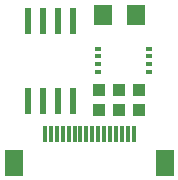
<source format=gtp>
G75*
%MOIN*%
%OFA0B0*%
%FSLAX25Y25*%
%IPPOS*%
%LPD*%
%AMOC8*
5,1,8,0,0,1.08239X$1,22.5*
%
%ADD10R,0.01200X0.05500*%
%ADD11R,0.06300X0.08700*%
%ADD12R,0.02400X0.08700*%
%ADD13R,0.02165X0.01378*%
%ADD14R,0.06299X0.07087*%
%ADD15R,0.03937X0.04331*%
D10*
X0041438Y0036033D03*
X0043438Y0036033D03*
X0045438Y0036033D03*
X0047338Y0036033D03*
X0049338Y0036033D03*
X0051338Y0036033D03*
X0053238Y0036033D03*
X0055238Y0036033D03*
X0057238Y0036033D03*
X0059238Y0036033D03*
X0061138Y0036033D03*
X0063138Y0036033D03*
X0065138Y0036033D03*
X0067038Y0036033D03*
X0069038Y0036033D03*
X0071038Y0036033D03*
D11*
X0031038Y0026333D03*
X0081438Y0026333D03*
D12*
X0050638Y0047033D03*
X0045638Y0047033D03*
X0040638Y0047033D03*
X0035638Y0047033D03*
X0035638Y0073533D03*
X0040638Y0073533D03*
X0045638Y0073533D03*
X0050638Y0073533D03*
D13*
X0058975Y0064372D03*
X0058975Y0061813D03*
X0058975Y0059254D03*
X0058975Y0059254D03*
X0058975Y0056695D03*
X0076101Y0056695D03*
X0076101Y0059254D03*
X0076101Y0061813D03*
X0076101Y0064372D03*
D14*
X0071850Y0075633D03*
X0060826Y0075633D03*
D15*
X0059588Y0050480D03*
X0059588Y0043787D03*
X0066238Y0043787D03*
X0066238Y0050480D03*
X0072938Y0050480D03*
X0072938Y0043787D03*
M02*

</source>
